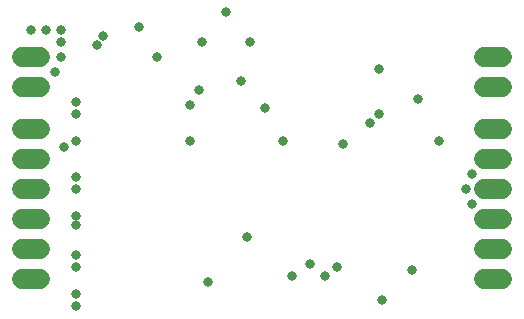
<source format=gbs>
G75*
%MOIN*%
%OFA0B0*%
%FSLAX25Y25*%
%IPPOS*%
%LPD*%
%AMOC8*
5,1,8,0,0,1.08239X$1,22.5*
%
%ADD10C,0.06506*%
%ADD11C,0.03300*%
D10*
X0019347Y0016300D02*
X0025253Y0016300D01*
X0025253Y0026300D02*
X0019347Y0026300D01*
X0019347Y0036300D02*
X0025253Y0036300D01*
X0025253Y0046300D02*
X0019347Y0046300D01*
X0019347Y0056300D02*
X0025253Y0056300D01*
X0025253Y0066300D02*
X0019347Y0066300D01*
X0019347Y0080300D02*
X0025253Y0080300D01*
X0025253Y0090300D02*
X0019347Y0090300D01*
X0173347Y0090300D02*
X0179253Y0090300D01*
X0179253Y0080300D02*
X0173347Y0080300D01*
X0173347Y0066300D02*
X0179253Y0066300D01*
X0179253Y0056300D02*
X0173347Y0056300D01*
X0173347Y0046300D02*
X0179253Y0046300D01*
X0179253Y0036300D02*
X0173347Y0036300D01*
X0173347Y0026300D02*
X0179253Y0026300D01*
X0179253Y0016300D02*
X0173347Y0016300D01*
D11*
X0149300Y0019300D03*
X0139300Y0009300D03*
X0124300Y0020300D03*
X0120300Y0017300D03*
X0115300Y0021300D03*
X0109300Y0017300D03*
X0094300Y0030300D03*
X0081300Y0015300D03*
X0037300Y0011300D03*
X0037300Y0007300D03*
X0037300Y0020300D03*
X0037300Y0024300D03*
X0037300Y0034300D03*
X0037300Y0037300D03*
X0037300Y0046300D03*
X0037300Y0050300D03*
X0033300Y0060300D03*
X0037300Y0062300D03*
X0037300Y0071300D03*
X0037300Y0075300D03*
X0030300Y0085300D03*
X0032300Y0090300D03*
X0032300Y0095300D03*
X0032300Y0099300D03*
X0027300Y0099300D03*
X0022300Y0099300D03*
X0044300Y0094300D03*
X0046300Y0097300D03*
X0058300Y0100300D03*
X0064300Y0090300D03*
X0079300Y0095300D03*
X0095300Y0095300D03*
X0087300Y0105300D03*
X0092300Y0082300D03*
X0078300Y0079300D03*
X0075300Y0074300D03*
X0075300Y0062300D03*
X0100300Y0073300D03*
X0106300Y0062300D03*
X0126300Y0061300D03*
X0135300Y0068300D03*
X0138300Y0071300D03*
X0151300Y0076300D03*
X0138300Y0086300D03*
X0158300Y0062300D03*
X0169300Y0051300D03*
X0167300Y0046300D03*
X0169300Y0041300D03*
M02*

</source>
